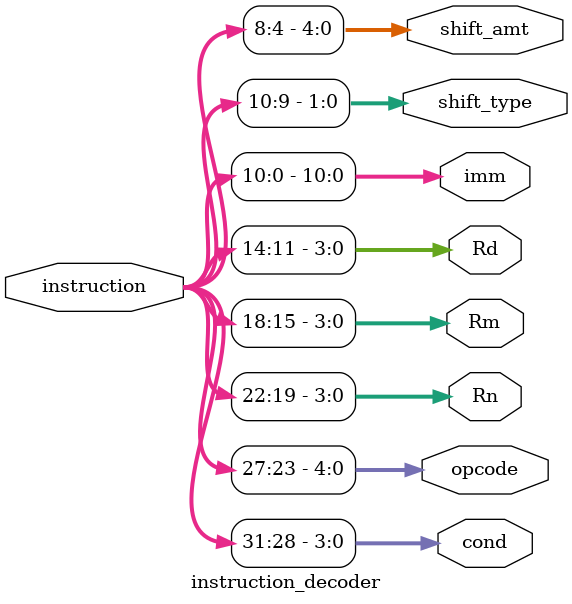
<source format=v>

module instruction_decoder (
    input wire [31:0] instruction, // The 32-bit input instruction

    // Output fields
    output wire [3:0] cond,        // Condition code [31:28]
    output wire [4:0] opcode,      // Opcode [27:23]
    output wire [3:0] Rn,          // Source register 1 [22:19]
    output wire [3:0] Rm,          // Source register 2 / Base register [18:15]
    output wire [3:0] Rd,          // Destination register [14:11]
    output wire [10:0] imm,        // 11-bit immediate / shift / offset field [10:0]

    // Shift-related fields (extracted from 'imm' when applicable)
    output wire [1:0] shift_type,  // Shift type (from imm[10:9])
    output wire [4:0] shift_amt    // Shift amount (from imm[8:4])
);

    // Assign the instruction fields directly based on the specified bit ranges.
    // This is a combinational logic, meaning outputs change immediately with inputs.

    assign cond = instruction[31:28];     // Condition code
    assign opcode = instruction[27:23];   // 5-bit opcode
    assign Rn = instruction[22:19];       // Source register 1
    assign Rm = instruction[18:15];       // Source register 2 or Base register
    assign Rd = instruction[14:11];       // Destination register
    assign imm = instruction[10:0];       // 11-bit immediate/shift/offset field

    // Extract shift-related fields from the 'imm' field.
    // These are only relevant for Data Processing (Register-to-Register) instructions.
    assign shift_type = imm[10:9];        // 2 bits for shift type (LSL, LSR, ASR, ROR)
    assign shift_amt = imm[8:4];         // 5 bits for shift amount

endmodule

</source>
